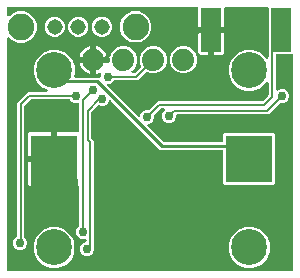
<source format=gbr>
G04 EAGLE Gerber RS-274X export*
G75*
%MOMM*%
%FSLAX34Y34*%
%LPD*%
%INBottom Copper*%
%IPPOS*%
%AMOC8*
5,1,8,0,0,1.08239X$1,22.5*%
G01*
%ADD10R,4.000000X4.000000*%
%ADD11C,3.045000*%
%ADD12C,1.879600*%
%ADD13R,1.700000X3.700000*%
%ADD14C,1.308000*%
%ADD15C,2.250000*%
%ADD16C,0.756400*%
%ADD17C,0.406400*%
%ADD18C,0.254000*%
%ADD19C,0.200000*%
%ADD20C,0.152400*%
%ADD21C,0.203200*%

G36*
X399406Y31766D02*
X399406Y31766D01*
X399525Y31773D01*
X399563Y31786D01*
X399604Y31791D01*
X399714Y31834D01*
X399827Y31871D01*
X399862Y31893D01*
X399899Y31908D01*
X399995Y31978D01*
X400096Y32041D01*
X400124Y32071D01*
X400157Y32094D01*
X400233Y32186D01*
X400314Y32273D01*
X400334Y32308D01*
X400359Y32339D01*
X400410Y32447D01*
X400468Y32551D01*
X400478Y32591D01*
X400495Y32627D01*
X400517Y32744D01*
X400547Y32859D01*
X400551Y32920D01*
X400555Y32940D01*
X400553Y32960D01*
X400557Y33020D01*
X400557Y214418D01*
X400542Y214536D01*
X400535Y214655D01*
X400522Y214693D01*
X400517Y214734D01*
X400474Y214844D01*
X400437Y214957D01*
X400415Y214992D01*
X400400Y215029D01*
X400331Y215125D01*
X400267Y215226D01*
X400237Y215254D01*
X400214Y215287D01*
X400122Y215363D01*
X400035Y215444D01*
X400000Y215464D01*
X399969Y215489D01*
X399861Y215540D01*
X399757Y215598D01*
X399717Y215608D01*
X399681Y215625D01*
X399564Y215647D01*
X399449Y215677D01*
X399389Y215681D01*
X399369Y215685D01*
X399348Y215683D01*
X399288Y215687D01*
X386878Y215687D01*
X386760Y215672D01*
X386641Y215665D01*
X386603Y215652D01*
X386562Y215647D01*
X386452Y215604D01*
X386339Y215567D01*
X386304Y215545D01*
X386267Y215530D01*
X386171Y215461D01*
X386070Y215397D01*
X386042Y215367D01*
X386009Y215344D01*
X385933Y215252D01*
X385852Y215165D01*
X385832Y215130D01*
X385807Y215099D01*
X385756Y214991D01*
X385698Y214887D01*
X385688Y214847D01*
X385671Y214811D01*
X385649Y214694D01*
X385619Y214579D01*
X385615Y214519D01*
X385611Y214499D01*
X385613Y214478D01*
X385609Y214418D01*
X385609Y186076D01*
X385626Y185938D01*
X385639Y185800D01*
X385646Y185781D01*
X385649Y185761D01*
X385700Y185632D01*
X385747Y185501D01*
X385758Y185484D01*
X385766Y185465D01*
X385847Y185353D01*
X385925Y185237D01*
X385941Y185224D01*
X385952Y185208D01*
X386060Y185119D01*
X386164Y185027D01*
X386182Y185018D01*
X386197Y185005D01*
X386323Y184946D01*
X386447Y184882D01*
X386467Y184878D01*
X386485Y184869D01*
X386622Y184843D01*
X386757Y184813D01*
X386778Y184813D01*
X386797Y184810D01*
X386936Y184818D01*
X387075Y184822D01*
X387095Y184828D01*
X387115Y184829D01*
X387247Y184872D01*
X387381Y184911D01*
X387398Y184921D01*
X387417Y184927D01*
X387535Y185002D01*
X387655Y185072D01*
X387676Y185091D01*
X387686Y185097D01*
X387700Y185112D01*
X387776Y185179D01*
X387866Y185270D01*
X390003Y186155D01*
X392317Y186155D01*
X394454Y185270D01*
X396090Y183634D01*
X396975Y181497D01*
X396975Y179183D01*
X396090Y177046D01*
X394454Y175410D01*
X392317Y174525D01*
X390183Y174525D01*
X390084Y174513D01*
X389985Y174510D01*
X389927Y174493D01*
X389867Y174485D01*
X389775Y174449D01*
X389680Y174421D01*
X389628Y174391D01*
X389571Y174368D01*
X389491Y174310D01*
X389406Y174260D01*
X389331Y174194D01*
X389314Y174182D01*
X389306Y174172D01*
X389285Y174154D01*
X379723Y164591D01*
X302554Y164591D01*
X302436Y164576D01*
X302317Y164569D01*
X302279Y164556D01*
X302238Y164551D01*
X302128Y164508D01*
X302015Y164471D01*
X301980Y164449D01*
X301943Y164434D01*
X301847Y164365D01*
X301746Y164301D01*
X301718Y164271D01*
X301685Y164248D01*
X301609Y164156D01*
X301528Y164069D01*
X301508Y164034D01*
X301483Y164003D01*
X301432Y163895D01*
X301374Y163791D01*
X301364Y163751D01*
X301347Y163715D01*
X301325Y163598D01*
X301295Y163483D01*
X301291Y163423D01*
X301287Y163403D01*
X301289Y163382D01*
X301285Y163322D01*
X301285Y162233D01*
X300400Y160096D01*
X298764Y158460D01*
X296627Y157575D01*
X294313Y157575D01*
X292176Y158460D01*
X290540Y160096D01*
X289655Y162233D01*
X289655Y164547D01*
X290540Y166684D01*
X291361Y167505D01*
X291446Y167614D01*
X291535Y167721D01*
X291544Y167740D01*
X291556Y167756D01*
X291611Y167883D01*
X291671Y168009D01*
X291674Y168029D01*
X291683Y168048D01*
X291704Y168186D01*
X291730Y168322D01*
X291729Y168342D01*
X291732Y168362D01*
X291719Y168501D01*
X291711Y168639D01*
X291704Y168658D01*
X291703Y168678D01*
X291655Y168810D01*
X291613Y168941D01*
X291602Y168959D01*
X291595Y168978D01*
X291517Y169093D01*
X291443Y169210D01*
X291428Y169224D01*
X291416Y169241D01*
X291312Y169333D01*
X291211Y169428D01*
X291193Y169438D01*
X291178Y169451D01*
X291054Y169514D01*
X290932Y169582D01*
X290913Y169587D01*
X290895Y169596D01*
X290759Y169626D01*
X290624Y169661D01*
X290596Y169663D01*
X290584Y169666D01*
X290564Y169665D01*
X290464Y169671D01*
X288809Y169671D01*
X288710Y169659D01*
X288611Y169656D01*
X288553Y169639D01*
X288493Y169631D01*
X288401Y169595D01*
X288306Y169567D01*
X288254Y169537D01*
X288197Y169514D01*
X288117Y169456D01*
X288032Y169406D01*
X287957Y169340D01*
X287940Y169328D01*
X287932Y169318D01*
X287911Y169300D01*
X283046Y164435D01*
X282986Y164357D01*
X282918Y164285D01*
X282889Y164232D01*
X282852Y164184D01*
X282812Y164093D01*
X282764Y164006D01*
X282749Y163947D01*
X282725Y163892D01*
X282710Y163794D01*
X282685Y163698D01*
X282679Y163598D01*
X282675Y163578D01*
X282677Y163565D01*
X282675Y163537D01*
X282675Y161403D01*
X281790Y159266D01*
X280154Y157630D01*
X277783Y156649D01*
X277777Y156645D01*
X277672Y156607D01*
X277655Y156596D01*
X277636Y156588D01*
X277524Y156507D01*
X277409Y156429D01*
X277395Y156413D01*
X277379Y156402D01*
X277290Y156294D01*
X277198Y156190D01*
X277189Y156172D01*
X277176Y156157D01*
X277117Y156031D01*
X277054Y155907D01*
X277049Y155887D01*
X277041Y155869D01*
X277015Y155733D01*
X276984Y155597D01*
X276985Y155576D01*
X276981Y155557D01*
X276990Y155418D01*
X276994Y155279D01*
X276999Y155259D01*
X277001Y155239D01*
X277043Y155107D01*
X277082Y154973D01*
X277092Y154956D01*
X277099Y154937D01*
X277173Y154819D01*
X277244Y154699D01*
X277262Y154678D01*
X277269Y154668D01*
X277284Y154654D01*
X277350Y154579D01*
X290050Y141878D01*
X290128Y141818D01*
X290201Y141750D01*
X290254Y141721D01*
X290301Y141684D01*
X290392Y141644D01*
X290479Y141596D01*
X290538Y141581D01*
X290593Y141557D01*
X290691Y141542D01*
X290787Y141517D01*
X290887Y141511D01*
X290907Y141507D01*
X290920Y141509D01*
X290948Y141507D01*
X339918Y141507D01*
X340036Y141522D01*
X340155Y141529D01*
X340193Y141542D01*
X340234Y141547D01*
X340344Y141590D01*
X340457Y141627D01*
X340492Y141649D01*
X340529Y141664D01*
X340625Y141733D01*
X340726Y141797D01*
X340754Y141827D01*
X340787Y141850D01*
X340863Y141942D01*
X340944Y142029D01*
X340964Y142064D01*
X340989Y142095D01*
X341040Y142203D01*
X341098Y142307D01*
X341108Y142347D01*
X341125Y142383D01*
X341147Y142500D01*
X341177Y142615D01*
X341181Y142675D01*
X341185Y142695D01*
X341183Y142716D01*
X341187Y142776D01*
X341187Y147842D01*
X342378Y149033D01*
X384062Y149033D01*
X385253Y147842D01*
X385253Y106158D01*
X384062Y104967D01*
X342378Y104967D01*
X341187Y106158D01*
X341187Y133632D01*
X341172Y133750D01*
X341165Y133869D01*
X341152Y133907D01*
X341147Y133948D01*
X341104Y134058D01*
X341067Y134171D01*
X341045Y134206D01*
X341030Y134243D01*
X340961Y134339D01*
X340897Y134440D01*
X340867Y134468D01*
X340844Y134501D01*
X340752Y134577D01*
X340665Y134658D01*
X340630Y134678D01*
X340599Y134703D01*
X340491Y134754D01*
X340387Y134812D01*
X340347Y134822D01*
X340311Y134839D01*
X340194Y134861D01*
X340079Y134891D01*
X340019Y134895D01*
X339999Y134899D01*
X339978Y134897D01*
X339918Y134901D01*
X287686Y134901D01*
X246319Y176268D01*
X246280Y176299D01*
X246246Y176335D01*
X246155Y176396D01*
X246068Y176463D01*
X246022Y176483D01*
X245980Y176510D01*
X245877Y176546D01*
X245776Y176589D01*
X245727Y176597D01*
X245680Y176613D01*
X245570Y176622D01*
X245462Y176639D01*
X245412Y176635D01*
X245363Y176639D01*
X245255Y176620D01*
X245145Y176610D01*
X245098Y176593D01*
X245049Y176584D01*
X244949Y176539D01*
X244846Y176502D01*
X244805Y176474D01*
X244759Y176454D01*
X244673Y176385D01*
X244583Y176323D01*
X244550Y176286D01*
X244511Y176255D01*
X244445Y176167D01*
X244372Y176085D01*
X244350Y176041D01*
X244320Y176001D01*
X244249Y175856D01*
X243690Y174506D01*
X242054Y172870D01*
X239917Y171985D01*
X237603Y171985D01*
X236346Y172506D01*
X236317Y172514D01*
X236291Y172527D01*
X236164Y172556D01*
X236039Y172590D01*
X236010Y172591D01*
X235981Y172597D01*
X235851Y172593D01*
X235721Y172595D01*
X235692Y172588D01*
X235663Y172587D01*
X235538Y172551D01*
X235412Y172521D01*
X235386Y172507D01*
X235357Y172499D01*
X235246Y172433D01*
X235131Y172372D01*
X235109Y172352D01*
X235083Y172337D01*
X234963Y172231D01*
X229762Y167031D01*
X229702Y166953D01*
X229634Y166881D01*
X229605Y166828D01*
X229568Y166780D01*
X229528Y166689D01*
X229480Y166602D01*
X229465Y166543D01*
X229441Y166488D01*
X229426Y166390D01*
X229401Y166294D01*
X229395Y166194D01*
X229391Y166174D01*
X229393Y166161D01*
X229391Y166133D01*
X229391Y144966D01*
X229403Y144868D01*
X229406Y144769D01*
X229423Y144710D01*
X229431Y144650D01*
X229467Y144558D01*
X229495Y144463D01*
X229525Y144411D01*
X229548Y144355D01*
X229606Y144275D01*
X229656Y144189D01*
X229722Y144114D01*
X229734Y144097D01*
X229744Y144090D01*
X229762Y144068D01*
X231649Y142182D01*
X231649Y52755D01*
X231650Y52746D01*
X231649Y52736D01*
X231670Y52587D01*
X231689Y52439D01*
X231692Y52431D01*
X231693Y52421D01*
X231745Y52269D01*
X231875Y51957D01*
X231875Y49643D01*
X230990Y47506D01*
X229354Y45870D01*
X227217Y44985D01*
X224903Y44985D01*
X222766Y45870D01*
X221130Y47506D01*
X220245Y49643D01*
X220245Y51957D01*
X221130Y54094D01*
X222766Y55730D01*
X224768Y56559D01*
X224793Y56573D01*
X224821Y56582D01*
X224931Y56652D01*
X225044Y56716D01*
X225065Y56737D01*
X225090Y56752D01*
X225179Y56847D01*
X225272Y56937D01*
X225288Y56963D01*
X225308Y56984D01*
X225371Y57098D01*
X225439Y57208D01*
X225447Y57237D01*
X225462Y57263D01*
X225494Y57388D01*
X225532Y57512D01*
X225534Y57542D01*
X225541Y57570D01*
X225551Y57731D01*
X225551Y58113D01*
X225545Y58162D01*
X225547Y58212D01*
X225525Y58319D01*
X225511Y58428D01*
X225493Y58475D01*
X225483Y58523D01*
X225435Y58622D01*
X225394Y58724D01*
X225365Y58764D01*
X225343Y58809D01*
X225272Y58893D01*
X225208Y58981D01*
X225169Y59013D01*
X225137Y59051D01*
X225047Y59114D01*
X224963Y59184D01*
X224918Y59205D01*
X224877Y59234D01*
X224774Y59273D01*
X224675Y59320D01*
X224626Y59329D01*
X224580Y59347D01*
X224470Y59359D01*
X224363Y59380D01*
X224313Y59376D01*
X224264Y59382D01*
X224155Y59367D01*
X224045Y59360D01*
X223998Y59344D01*
X223949Y59338D01*
X223796Y59285D01*
X223435Y59136D01*
X221121Y59136D01*
X218984Y60021D01*
X217348Y61657D01*
X216463Y63794D01*
X216463Y66107D01*
X217348Y68244D01*
X218858Y69753D01*
X218918Y69831D01*
X218986Y69904D01*
X219015Y69957D01*
X219052Y70004D01*
X219092Y70095D01*
X219140Y70182D01*
X219155Y70241D01*
X219179Y70296D01*
X219194Y70394D01*
X219219Y70490D01*
X219225Y70590D01*
X219229Y70610D01*
X219227Y70623D01*
X219229Y70651D01*
X219229Y103190D01*
X219214Y103308D01*
X219207Y103427D01*
X219194Y103465D01*
X219189Y103506D01*
X219146Y103616D01*
X219109Y103729D01*
X219087Y103764D01*
X219072Y103801D01*
X219003Y103897D01*
X218939Y103998D01*
X218909Y104026D01*
X218886Y104059D01*
X218794Y104135D01*
X218707Y104216D01*
X218672Y104236D01*
X218641Y104261D01*
X218533Y104312D01*
X218429Y104370D01*
X218389Y104380D01*
X218353Y104397D01*
X218236Y104419D01*
X218185Y104432D01*
X218185Y109728D01*
X218183Y109745D01*
X218184Y109760D01*
X218184Y109763D01*
X218184Y109767D01*
X218162Y109869D01*
X218146Y109971D01*
X218136Y109988D01*
X218132Y110008D01*
X218079Y110097D01*
X218030Y110188D01*
X218016Y110202D01*
X218006Y110219D01*
X217927Y110286D01*
X217852Y110358D01*
X217834Y110366D01*
X217819Y110379D01*
X217723Y110418D01*
X217629Y110461D01*
X217609Y110463D01*
X217591Y110471D01*
X217424Y110489D01*
X200659Y110489D01*
X200659Y125730D01*
X200644Y125848D01*
X200637Y125967D01*
X200624Y126005D01*
X200619Y126045D01*
X200575Y126156D01*
X200539Y126269D01*
X200517Y126304D01*
X200502Y126341D01*
X200432Y126437D01*
X200369Y126538D01*
X200339Y126566D01*
X200315Y126598D01*
X200224Y126674D01*
X200137Y126756D01*
X200102Y126775D01*
X200070Y126801D01*
X199963Y126852D01*
X199859Y126909D01*
X199819Y126920D01*
X199783Y126937D01*
X199666Y126959D01*
X199551Y126989D01*
X199490Y126993D01*
X199470Y126997D01*
X199450Y126995D01*
X199390Y126999D01*
X198119Y126999D01*
X198119Y127001D01*
X199390Y127001D01*
X199508Y127016D01*
X199627Y127023D01*
X199665Y127036D01*
X199705Y127041D01*
X199816Y127085D01*
X199929Y127121D01*
X199964Y127143D01*
X200001Y127158D01*
X200097Y127228D01*
X200198Y127291D01*
X200226Y127321D01*
X200258Y127345D01*
X200334Y127436D01*
X200416Y127523D01*
X200435Y127558D01*
X200461Y127590D01*
X200512Y127697D01*
X200569Y127801D01*
X200580Y127841D01*
X200597Y127877D01*
X200619Y127994D01*
X200649Y128109D01*
X200653Y128170D01*
X200657Y128190D01*
X200655Y128210D01*
X200659Y128270D01*
X200659Y149541D01*
X217960Y149541D01*
X218078Y149556D01*
X218197Y149563D01*
X218235Y149576D01*
X218276Y149581D01*
X218386Y149624D01*
X218499Y149661D01*
X218534Y149683D01*
X218571Y149698D01*
X218667Y149767D01*
X218768Y149831D01*
X218796Y149861D01*
X218829Y149884D01*
X218905Y149976D01*
X218986Y150063D01*
X219006Y150098D01*
X219031Y150129D01*
X219082Y150237D01*
X219140Y150341D01*
X219150Y150381D01*
X219167Y150417D01*
X219189Y150534D01*
X219219Y150649D01*
X219223Y150709D01*
X219227Y150729D01*
X219225Y150750D01*
X219229Y150810D01*
X219229Y173439D01*
X219223Y173489D01*
X219225Y173538D01*
X219203Y173646D01*
X219189Y173755D01*
X219171Y173801D01*
X219161Y173850D01*
X219113Y173948D01*
X219072Y174050D01*
X219043Y174091D01*
X219021Y174135D01*
X218950Y174219D01*
X218886Y174308D01*
X218847Y174339D01*
X218815Y174377D01*
X218725Y174440D01*
X218641Y174511D01*
X218596Y174532D01*
X218555Y174560D01*
X218452Y174599D01*
X218353Y174646D01*
X218304Y174655D01*
X218257Y174673D01*
X218148Y174685D01*
X218041Y174706D01*
X217991Y174703D01*
X217941Y174708D01*
X217833Y174693D01*
X217723Y174686D01*
X217676Y174671D01*
X217627Y174664D01*
X217625Y174663D01*
X215285Y174663D01*
X213148Y175548D01*
X211639Y177058D01*
X211561Y177118D01*
X211489Y177186D01*
X211436Y177215D01*
X211388Y177252D01*
X211297Y177292D01*
X211210Y177340D01*
X211152Y177355D01*
X211096Y177379D01*
X210998Y177394D01*
X210902Y177419D01*
X210802Y177425D01*
X210782Y177429D01*
X210770Y177427D01*
X210742Y177429D01*
X178806Y177429D01*
X178708Y177417D01*
X178609Y177414D01*
X178551Y177397D01*
X178491Y177389D01*
X178399Y177353D01*
X178304Y177325D01*
X178252Y177295D01*
X178195Y177272D01*
X178115Y177214D01*
X178030Y177164D01*
X177954Y177098D01*
X177938Y177086D01*
X177930Y177076D01*
X177909Y177058D01*
X173064Y172213D01*
X173004Y172135D01*
X172936Y172063D01*
X172907Y172010D01*
X172870Y171962D01*
X172830Y171871D01*
X172782Y171784D01*
X172767Y171726D01*
X172743Y171670D01*
X172728Y171572D01*
X172703Y171476D01*
X172697Y171376D01*
X172693Y171356D01*
X172695Y171344D01*
X172693Y171316D01*
X172693Y61072D01*
X172705Y60974D01*
X172708Y60875D01*
X172725Y60817D01*
X172733Y60757D01*
X172769Y60665D01*
X172797Y60570D01*
X172827Y60517D01*
X172850Y60461D01*
X172908Y60381D01*
X172958Y60296D01*
X173024Y60220D01*
X173036Y60204D01*
X173046Y60196D01*
X173064Y60175D01*
X174066Y59174D01*
X174951Y57037D01*
X174951Y54723D01*
X174066Y52586D01*
X172430Y50950D01*
X170293Y50065D01*
X167979Y50065D01*
X165842Y50950D01*
X164206Y52586D01*
X163321Y54723D01*
X163321Y57037D01*
X164206Y59174D01*
X165847Y60815D01*
X165865Y60821D01*
X165975Y60890D01*
X166088Y60954D01*
X166109Y60975D01*
X166134Y60991D01*
X166223Y61085D01*
X166316Y61176D01*
X166332Y61201D01*
X166352Y61222D01*
X166415Y61336D01*
X166483Y61447D01*
X166491Y61475D01*
X166506Y61501D01*
X166538Y61627D01*
X166576Y61751D01*
X166578Y61780D01*
X166585Y61809D01*
X166595Y61969D01*
X166595Y174367D01*
X175755Y183527D01*
X191241Y183527D01*
X191310Y183535D01*
X191380Y183534D01*
X191467Y183555D01*
X191556Y183567D01*
X191621Y183592D01*
X191689Y183609D01*
X191769Y183651D01*
X191852Y183684D01*
X191908Y183725D01*
X191970Y183757D01*
X192037Y183818D01*
X192109Y183870D01*
X192154Y183924D01*
X192206Y183971D01*
X192255Y184046D01*
X192312Y184115D01*
X192342Y184179D01*
X192380Y184237D01*
X192410Y184322D01*
X192448Y184403D01*
X192461Y184472D01*
X192484Y184538D01*
X192491Y184627D01*
X192508Y184715D01*
X192503Y184785D01*
X192509Y184855D01*
X192493Y184943D01*
X192488Y185033D01*
X192466Y185099D01*
X192454Y185168D01*
X192417Y185250D01*
X192390Y185335D01*
X192352Y185394D01*
X192324Y185458D01*
X192268Y185528D01*
X192220Y185604D01*
X192169Y185652D01*
X192125Y185706D01*
X192053Y185761D01*
X191988Y185822D01*
X191927Y185856D01*
X191871Y185898D01*
X191727Y185969D01*
X188344Y187370D01*
X183490Y192224D01*
X180862Y198567D01*
X180862Y205433D01*
X183490Y211776D01*
X188344Y216630D01*
X194687Y219258D01*
X201553Y219258D01*
X207896Y216630D01*
X212750Y211776D01*
X215378Y205433D01*
X215378Y198567D01*
X214973Y197590D01*
X214960Y197542D01*
X214939Y197497D01*
X214918Y197389D01*
X214889Y197283D01*
X214888Y197233D01*
X214879Y197184D01*
X214886Y197075D01*
X214884Y196965D01*
X214895Y196917D01*
X214899Y196867D01*
X214932Y196763D01*
X214958Y196656D01*
X214981Y196612D01*
X214997Y196565D01*
X215055Y196472D01*
X215107Y196375D01*
X215140Y196338D01*
X215167Y196296D01*
X215247Y196221D01*
X215321Y196139D01*
X215362Y196112D01*
X215398Y196078D01*
X215495Y196025D01*
X215586Y195965D01*
X215633Y195948D01*
X215677Y195924D01*
X215783Y195897D01*
X215887Y195861D01*
X215937Y195857D01*
X215985Y195845D01*
X216145Y195835D01*
X236248Y195835D01*
X236366Y195850D01*
X236485Y195857D01*
X236523Y195870D01*
X236564Y195875D01*
X236674Y195918D01*
X236787Y195955D01*
X236822Y195977D01*
X236859Y195992D01*
X236955Y196061D01*
X237056Y196125D01*
X237084Y196155D01*
X237117Y196178D01*
X237193Y196270D01*
X237274Y196357D01*
X237294Y196392D01*
X237319Y196423D01*
X237370Y196531D01*
X237428Y196635D01*
X237438Y196675D01*
X237455Y196711D01*
X237477Y196828D01*
X237507Y196943D01*
X237511Y197003D01*
X237515Y197023D01*
X237513Y197044D01*
X237517Y197104D01*
X237517Y197753D01*
X237732Y198272D01*
X237740Y198301D01*
X237754Y198328D01*
X237782Y198454D01*
X237816Y198579D01*
X237817Y198609D01*
X237823Y198638D01*
X237819Y198767D01*
X237821Y198897D01*
X237815Y198926D01*
X237814Y198956D01*
X237778Y199080D01*
X237747Y199206D01*
X237733Y199233D01*
X237725Y199261D01*
X237659Y199373D01*
X237599Y199487D01*
X237579Y199509D01*
X237563Y199535D01*
X237472Y199627D01*
X237385Y199723D01*
X237360Y199739D01*
X237339Y199760D01*
X237227Y199826D01*
X237119Y199897D01*
X237091Y199907D01*
X237065Y199922D01*
X236941Y199959D01*
X236818Y200001D01*
X236788Y200003D01*
X236760Y200011D01*
X236631Y200015D01*
X236501Y200026D01*
X236472Y200021D01*
X236442Y200022D01*
X236315Y199994D01*
X236188Y199971D01*
X236161Y199959D01*
X236131Y199953D01*
X235984Y199889D01*
X235723Y199756D01*
X233936Y199175D01*
X233679Y199135D01*
X233679Y208281D01*
X243840Y208281D01*
X243958Y208296D01*
X244077Y208303D01*
X244115Y208316D01*
X244156Y208321D01*
X244266Y208364D01*
X244379Y208401D01*
X244414Y208423D01*
X244451Y208438D01*
X244547Y208508D01*
X244648Y208571D01*
X244676Y208601D01*
X244709Y208624D01*
X244785Y208716D01*
X244866Y208803D01*
X244886Y208838D01*
X244911Y208869D01*
X244962Y208977D01*
X245020Y209081D01*
X245030Y209121D01*
X245047Y209157D01*
X245069Y209274D01*
X245099Y209389D01*
X245103Y209450D01*
X245107Y209470D01*
X245105Y209490D01*
X245109Y209550D01*
X245109Y212090D01*
X245094Y212208D01*
X245087Y212327D01*
X245074Y212365D01*
X245069Y212405D01*
X245026Y212516D01*
X244989Y212629D01*
X244967Y212664D01*
X244952Y212701D01*
X244883Y212797D01*
X244845Y212856D01*
X244846Y212857D01*
X244948Y212938D01*
X244966Y212962D01*
X244988Y212982D01*
X245061Y213088D01*
X245139Y213192D01*
X245158Y213230D01*
X245167Y213244D01*
X245175Y213265D01*
X245210Y213336D01*
X246849Y217295D01*
X250065Y220511D01*
X254266Y222251D01*
X258814Y222251D01*
X263015Y220511D01*
X266231Y217295D01*
X267971Y213094D01*
X267971Y208546D01*
X266231Y204345D01*
X263697Y201811D01*
X263612Y201702D01*
X263523Y201595D01*
X263514Y201576D01*
X263502Y201560D01*
X263447Y201432D01*
X263388Y201307D01*
X263384Y201287D01*
X263376Y201268D01*
X263354Y201130D01*
X263328Y200994D01*
X263329Y200974D01*
X263326Y200954D01*
X263339Y200815D01*
X263348Y200677D01*
X263354Y200658D01*
X263356Y200638D01*
X263403Y200506D01*
X263446Y200375D01*
X263456Y200357D01*
X263463Y200338D01*
X263541Y200223D01*
X263616Y200106D01*
X263630Y200092D01*
X263642Y200075D01*
X263746Y199983D01*
X263847Y199888D01*
X263865Y199878D01*
X263880Y199865D01*
X264004Y199801D01*
X264126Y199734D01*
X264145Y199729D01*
X264163Y199720D01*
X264299Y199690D01*
X264434Y199655D01*
X264462Y199653D01*
X264474Y199650D01*
X264494Y199651D01*
X264594Y199645D01*
X265927Y199645D01*
X266026Y199657D01*
X266125Y199660D01*
X266183Y199677D01*
X266243Y199685D01*
X266335Y199721D01*
X266430Y199749D01*
X266482Y199779D01*
X266539Y199802D01*
X266619Y199860D01*
X266704Y199910D01*
X266779Y199976D01*
X266796Y199988D01*
X266804Y199998D01*
X266825Y200016D01*
X271329Y204520D01*
X271347Y204544D01*
X271369Y204563D01*
X271444Y204669D01*
X271524Y204772D01*
X271535Y204799D01*
X271552Y204823D01*
X271598Y204944D01*
X271650Y205063D01*
X271655Y205093D01*
X271665Y205120D01*
X271680Y205249D01*
X271700Y205378D01*
X271697Y205407D01*
X271700Y205436D01*
X271682Y205565D01*
X271670Y205694D01*
X271660Y205722D01*
X271656Y205751D01*
X271604Y205904D01*
X270509Y208546D01*
X270509Y213094D01*
X272249Y217295D01*
X275465Y220511D01*
X279666Y222251D01*
X284214Y222251D01*
X288415Y220511D01*
X291631Y217295D01*
X293371Y213094D01*
X293371Y208546D01*
X291631Y204345D01*
X288415Y201129D01*
X284214Y199389D01*
X279666Y199389D01*
X277024Y200484D01*
X276995Y200492D01*
X276969Y200505D01*
X276842Y200534D01*
X276717Y200568D01*
X276687Y200568D01*
X276658Y200575D01*
X276529Y200571D01*
X276399Y200573D01*
X276370Y200566D01*
X276341Y200565D01*
X276216Y200529D01*
X276090Y200499D01*
X276063Y200485D01*
X276035Y200477D01*
X275923Y200411D01*
X275921Y200410D01*
X275907Y200404D01*
X275897Y200397D01*
X275808Y200350D01*
X275787Y200330D01*
X275761Y200315D01*
X275651Y200218D01*
X275650Y200217D01*
X275649Y200216D01*
X275640Y200209D01*
X268979Y193547D01*
X249032Y193547D01*
X248934Y193535D01*
X248835Y193532D01*
X248777Y193515D01*
X248717Y193507D01*
X248625Y193471D01*
X248530Y193443D01*
X248477Y193413D01*
X248421Y193390D01*
X248341Y193332D01*
X248256Y193282D01*
X248180Y193216D01*
X248164Y193204D01*
X248156Y193194D01*
X248135Y193176D01*
X246626Y191666D01*
X244489Y190781D01*
X244212Y190781D01*
X244074Y190764D01*
X243935Y190751D01*
X243916Y190744D01*
X243896Y190741D01*
X243767Y190690D01*
X243636Y190643D01*
X243619Y190632D01*
X243600Y190624D01*
X243488Y190543D01*
X243373Y190465D01*
X243359Y190449D01*
X243343Y190438D01*
X243254Y190330D01*
X243162Y190226D01*
X243153Y190208D01*
X243140Y190193D01*
X243081Y190067D01*
X243018Y189943D01*
X243013Y189923D01*
X243005Y189905D01*
X242979Y189769D01*
X242948Y189633D01*
X242949Y189612D01*
X242945Y189593D01*
X242954Y189454D01*
X242958Y189315D01*
X242963Y189295D01*
X242965Y189275D01*
X243007Y189143D01*
X243046Y189009D01*
X243056Y188992D01*
X243063Y188973D01*
X243137Y188855D01*
X243208Y188735D01*
X243226Y188714D01*
X243233Y188704D01*
X243248Y188690D01*
X243314Y188615D01*
X268879Y163050D01*
X268988Y162965D01*
X269095Y162876D01*
X269114Y162868D01*
X269130Y162855D01*
X269258Y162800D01*
X269383Y162741D01*
X269403Y162737D01*
X269422Y162729D01*
X269560Y162707D01*
X269696Y162681D01*
X269716Y162682D01*
X269736Y162679D01*
X269875Y162692D01*
X270013Y162701D01*
X270032Y162707D01*
X270052Y162709D01*
X270184Y162756D01*
X270315Y162799D01*
X270333Y162810D01*
X270352Y162816D01*
X270467Y162894D01*
X270584Y162969D01*
X270598Y162984D01*
X270615Y162995D01*
X270707Y163099D01*
X270802Y163200D01*
X270812Y163218D01*
X270825Y163233D01*
X270889Y163357D01*
X270956Y163479D01*
X270961Y163499D01*
X270970Y163517D01*
X270979Y163556D01*
X271930Y165854D01*
X273566Y167490D01*
X275703Y168375D01*
X277837Y168375D01*
X277936Y168387D01*
X278035Y168390D01*
X278093Y168407D01*
X278153Y168415D01*
X278245Y168451D01*
X278340Y168479D01*
X278392Y168509D01*
X278449Y168532D01*
X278529Y168590D01*
X278614Y168640D01*
X278689Y168706D01*
X278706Y168718D01*
X278714Y168728D01*
X278735Y168746D01*
X285757Y175769D01*
X374131Y175769D01*
X374230Y175781D01*
X374329Y175784D01*
X374387Y175801D01*
X374447Y175809D01*
X374539Y175845D01*
X374634Y175873D01*
X374686Y175903D01*
X374743Y175926D01*
X374823Y175984D01*
X374908Y176034D01*
X374983Y176100D01*
X375000Y176112D01*
X375008Y176122D01*
X375029Y176140D01*
X379140Y180251D01*
X379200Y180329D01*
X379268Y180401D01*
X379297Y180454D01*
X379334Y180502D01*
X379374Y180593D01*
X379422Y180680D01*
X379437Y180739D01*
X379461Y180794D01*
X379476Y180892D01*
X379501Y180988D01*
X379507Y181088D01*
X379511Y181108D01*
X379509Y181121D01*
X379511Y181149D01*
X379511Y190821D01*
X379494Y190958D01*
X379481Y191097D01*
X379474Y191116D01*
X379471Y191136D01*
X379420Y191265D01*
X379373Y191397D01*
X379362Y191413D01*
X379354Y191432D01*
X379273Y191545D01*
X379195Y191660D01*
X379179Y191673D01*
X379168Y191689D01*
X379060Y191778D01*
X378956Y191870D01*
X378938Y191879D01*
X378923Y191892D01*
X378797Y191952D01*
X378673Y192015D01*
X378653Y192019D01*
X378635Y192028D01*
X378499Y192054D01*
X378363Y192084D01*
X378342Y192084D01*
X378323Y192088D01*
X378184Y192079D01*
X378045Y192075D01*
X378025Y192069D01*
X378005Y192068D01*
X377873Y192025D01*
X377739Y191986D01*
X377722Y191976D01*
X377703Y191970D01*
X377585Y191895D01*
X377465Y191825D01*
X377444Y191806D01*
X377434Y191800D01*
X377420Y191785D01*
X377345Y191718D01*
X372996Y187370D01*
X366653Y184742D01*
X359787Y184742D01*
X353444Y187370D01*
X348590Y192224D01*
X345962Y198567D01*
X345962Y205433D01*
X348590Y211776D01*
X353444Y216630D01*
X359787Y219258D01*
X366653Y219258D01*
X372996Y216630D01*
X377345Y212282D01*
X377454Y212196D01*
X377561Y212108D01*
X377580Y212099D01*
X377596Y212087D01*
X377724Y212031D01*
X377849Y211972D01*
X377869Y211968D01*
X377888Y211960D01*
X378026Y211938D01*
X378162Y211912D01*
X378182Y211914D01*
X378202Y211910D01*
X378341Y211924D01*
X378479Y211932D01*
X378498Y211938D01*
X378518Y211940D01*
X378650Y211987D01*
X378781Y212030D01*
X378799Y212041D01*
X378818Y212048D01*
X378933Y212126D01*
X379050Y212200D01*
X379064Y212215D01*
X379081Y212226D01*
X379173Y212331D01*
X379268Y212432D01*
X379278Y212450D01*
X379291Y212465D01*
X379355Y212589D01*
X379422Y212710D01*
X379427Y212730D01*
X379436Y212748D01*
X379466Y212884D01*
X379501Y213018D01*
X379503Y213046D01*
X379506Y213058D01*
X379505Y213079D01*
X379511Y213179D01*
X379511Y229972D01*
X379558Y230056D01*
X379573Y230115D01*
X379597Y230170D01*
X379612Y230268D01*
X379637Y230364D01*
X379643Y230464D01*
X379647Y230484D01*
X379645Y230497D01*
X379647Y230525D01*
X379647Y254508D01*
X379632Y254626D01*
X379625Y254745D01*
X379612Y254783D01*
X379607Y254824D01*
X379564Y254934D01*
X379527Y255047D01*
X379505Y255082D01*
X379490Y255119D01*
X379421Y255215D01*
X379357Y255316D01*
X379327Y255344D01*
X379304Y255377D01*
X379212Y255453D01*
X379125Y255534D01*
X379090Y255554D01*
X379059Y255579D01*
X378951Y255630D01*
X378847Y255688D01*
X378807Y255698D01*
X378771Y255715D01*
X378654Y255737D01*
X378539Y255767D01*
X378479Y255771D01*
X378459Y255775D01*
X378438Y255773D01*
X378378Y255777D01*
X343490Y255777D01*
X343372Y255762D01*
X343253Y255755D01*
X343215Y255742D01*
X343174Y255737D01*
X343064Y255694D01*
X342951Y255657D01*
X342916Y255635D01*
X342879Y255620D01*
X342783Y255551D01*
X342682Y255487D01*
X342654Y255457D01*
X342621Y255434D01*
X342545Y255342D01*
X342464Y255255D01*
X342444Y255220D01*
X342419Y255189D01*
X342368Y255081D01*
X342310Y254977D01*
X342300Y254937D01*
X342283Y254901D01*
X342261Y254784D01*
X342231Y254669D01*
X342227Y254609D01*
X342223Y254589D01*
X342225Y254568D01*
X342221Y254508D01*
X342221Y238759D01*
X332450Y238759D01*
X332332Y238744D01*
X332213Y238737D01*
X332175Y238724D01*
X332135Y238719D01*
X332024Y238675D01*
X331911Y238639D01*
X331876Y238617D01*
X331839Y238602D01*
X331743Y238532D01*
X331642Y238469D01*
X331614Y238439D01*
X331582Y238415D01*
X331506Y238324D01*
X331424Y238237D01*
X331405Y238202D01*
X331379Y238170D01*
X331328Y238063D01*
X331271Y237959D01*
X331260Y237919D01*
X331243Y237883D01*
X331221Y237766D01*
X331191Y237651D01*
X331187Y237590D01*
X331183Y237570D01*
X331185Y237550D01*
X331181Y237490D01*
X331181Y236219D01*
X331179Y236219D01*
X331179Y237490D01*
X331164Y237608D01*
X331157Y237727D01*
X331144Y237765D01*
X331139Y237805D01*
X331095Y237916D01*
X331059Y238029D01*
X331037Y238064D01*
X331022Y238101D01*
X330952Y238197D01*
X330889Y238298D01*
X330859Y238326D01*
X330835Y238358D01*
X330744Y238434D01*
X330657Y238516D01*
X330622Y238535D01*
X330590Y238561D01*
X330483Y238612D01*
X330379Y238669D01*
X330339Y238680D01*
X330303Y238697D01*
X330186Y238719D01*
X330071Y238749D01*
X330010Y238753D01*
X329990Y238757D01*
X329970Y238755D01*
X329910Y238759D01*
X320139Y238759D01*
X320139Y254508D01*
X320124Y254626D01*
X320117Y254745D01*
X320104Y254783D01*
X320099Y254824D01*
X320056Y254934D01*
X320019Y255047D01*
X319997Y255082D01*
X319982Y255119D01*
X319913Y255215D01*
X319849Y255316D01*
X319819Y255344D01*
X319796Y255377D01*
X319704Y255453D01*
X319617Y255534D01*
X319582Y255554D01*
X319551Y255579D01*
X319443Y255630D01*
X319339Y255688D01*
X319299Y255698D01*
X319263Y255715D01*
X319146Y255737D01*
X319031Y255767D01*
X318971Y255771D01*
X318951Y255775D01*
X318930Y255773D01*
X318870Y255777D01*
X159512Y255777D01*
X159394Y255762D01*
X159275Y255755D01*
X159237Y255742D01*
X159196Y255737D01*
X159086Y255694D01*
X158973Y255657D01*
X158938Y255635D01*
X158901Y255620D01*
X158805Y255551D01*
X158704Y255487D01*
X158676Y255457D01*
X158643Y255434D01*
X158567Y255342D01*
X158486Y255255D01*
X158466Y255220D01*
X158441Y255189D01*
X158390Y255081D01*
X158332Y254977D01*
X158322Y254937D01*
X158305Y254901D01*
X158283Y254784D01*
X158253Y254669D01*
X158249Y254609D01*
X158245Y254589D01*
X158247Y254568D01*
X158243Y254508D01*
X158243Y248912D01*
X158260Y248774D01*
X158273Y248635D01*
X158280Y248616D01*
X158283Y248596D01*
X158334Y248467D01*
X158381Y248336D01*
X158392Y248319D01*
X158400Y248300D01*
X158481Y248188D01*
X158559Y248073D01*
X158575Y248059D01*
X158586Y248043D01*
X158694Y247954D01*
X158798Y247862D01*
X158816Y247853D01*
X158831Y247840D01*
X158957Y247781D01*
X159081Y247718D01*
X159101Y247713D01*
X159119Y247705D01*
X159255Y247679D01*
X159391Y247648D01*
X159412Y247649D01*
X159431Y247645D01*
X159570Y247654D01*
X159709Y247658D01*
X159729Y247663D01*
X159749Y247665D01*
X159881Y247707D01*
X160015Y247746D01*
X160032Y247756D01*
X160051Y247763D01*
X160169Y247837D01*
X160289Y247908D01*
X160310Y247926D01*
X160320Y247933D01*
X160334Y247948D01*
X160409Y248014D01*
X162416Y250021D01*
X167298Y252043D01*
X172582Y252043D01*
X177464Y250021D01*
X181201Y246284D01*
X183223Y241402D01*
X183223Y236118D01*
X181201Y231236D01*
X177464Y227499D01*
X172582Y225477D01*
X167298Y225477D01*
X162416Y227499D01*
X160409Y229506D01*
X160300Y229591D01*
X160193Y229680D01*
X160174Y229688D01*
X160158Y229701D01*
X160030Y229756D01*
X159905Y229815D01*
X159885Y229819D01*
X159866Y229827D01*
X159728Y229849D01*
X159592Y229875D01*
X159572Y229874D01*
X159552Y229877D01*
X159413Y229864D01*
X159275Y229855D01*
X159256Y229849D01*
X159236Y229847D01*
X159104Y229800D01*
X158973Y229757D01*
X158955Y229747D01*
X158936Y229740D01*
X158821Y229662D01*
X158704Y229587D01*
X158690Y229572D01*
X158673Y229561D01*
X158581Y229457D01*
X158486Y229356D01*
X158476Y229338D01*
X158463Y229323D01*
X158399Y229199D01*
X158332Y229077D01*
X158327Y229057D01*
X158318Y229039D01*
X158288Y228904D01*
X158253Y228769D01*
X158251Y228741D01*
X158248Y228729D01*
X158249Y228709D01*
X158243Y228608D01*
X158243Y33020D01*
X158258Y32902D01*
X158265Y32783D01*
X158278Y32745D01*
X158283Y32704D01*
X158326Y32594D01*
X158363Y32481D01*
X158385Y32446D01*
X158400Y32409D01*
X158469Y32313D01*
X158533Y32212D01*
X158563Y32184D01*
X158586Y32151D01*
X158678Y32076D01*
X158765Y31994D01*
X158800Y31974D01*
X158831Y31949D01*
X158939Y31898D01*
X159043Y31840D01*
X159083Y31830D01*
X159119Y31813D01*
X159236Y31791D01*
X159351Y31761D01*
X159411Y31757D01*
X159431Y31753D01*
X159452Y31755D01*
X159512Y31751D01*
X399288Y31751D01*
X399406Y31766D01*
G37*
%LPC*%
G36*
X194687Y34742D02*
X194687Y34742D01*
X188344Y37370D01*
X183490Y42224D01*
X180862Y48567D01*
X180862Y55433D01*
X183490Y61776D01*
X188344Y66630D01*
X194687Y69258D01*
X201553Y69258D01*
X207896Y66630D01*
X212750Y61776D01*
X215378Y55433D01*
X215378Y48567D01*
X212750Y42224D01*
X207896Y37370D01*
X201553Y34742D01*
X194687Y34742D01*
G37*
%LPD*%
%LPC*%
G36*
X359787Y34742D02*
X359787Y34742D01*
X353444Y37370D01*
X348590Y42224D01*
X345962Y48567D01*
X345962Y55433D01*
X348590Y61776D01*
X353444Y66630D01*
X359787Y69258D01*
X366653Y69258D01*
X372996Y66630D01*
X377850Y61776D01*
X380478Y55433D01*
X380478Y48567D01*
X377850Y42224D01*
X372996Y37370D01*
X366653Y34742D01*
X359787Y34742D01*
G37*
%LPD*%
%LPC*%
G36*
X264298Y225477D02*
X264298Y225477D01*
X259416Y227499D01*
X255679Y231236D01*
X253657Y236118D01*
X253657Y241402D01*
X255679Y246284D01*
X259416Y250021D01*
X264298Y252043D01*
X269582Y252043D01*
X274464Y250021D01*
X278201Y246284D01*
X280223Y241402D01*
X280223Y236118D01*
X278201Y231236D01*
X274464Y227499D01*
X269582Y225477D01*
X264298Y225477D01*
G37*
%LPD*%
%LPC*%
G36*
X305066Y199389D02*
X305066Y199389D01*
X300865Y201129D01*
X297649Y204345D01*
X295909Y208546D01*
X295909Y213094D01*
X297649Y217295D01*
X300865Y220511D01*
X305066Y222251D01*
X309614Y222251D01*
X313815Y220511D01*
X317031Y217295D01*
X318771Y213094D01*
X318771Y208546D01*
X317031Y204345D01*
X313815Y201129D01*
X309614Y199389D01*
X305066Y199389D01*
G37*
%LPD*%
%LPC*%
G36*
X175579Y129539D02*
X175579Y129539D01*
X175579Y147334D01*
X175752Y147981D01*
X176087Y148560D01*
X176560Y149033D01*
X177139Y149368D01*
X177786Y149541D01*
X195581Y149541D01*
X195581Y129539D01*
X175579Y129539D01*
G37*
%LPD*%
%LPC*%
G36*
X177786Y104459D02*
X177786Y104459D01*
X177139Y104632D01*
X176560Y104967D01*
X176087Y105440D01*
X175752Y106019D01*
X175579Y106666D01*
X175579Y124461D01*
X195581Y124461D01*
X195581Y110489D01*
X178816Y110489D01*
X178796Y110486D01*
X178777Y110488D01*
X178675Y110466D01*
X178573Y110450D01*
X178556Y110440D01*
X178536Y110436D01*
X178447Y110383D01*
X178356Y110334D01*
X178342Y110320D01*
X178325Y110310D01*
X178258Y110231D01*
X178187Y110156D01*
X178178Y110138D01*
X178165Y110123D01*
X178126Y110027D01*
X178083Y109933D01*
X178081Y109913D01*
X178073Y109895D01*
X178055Y109728D01*
X178055Y104459D01*
X177786Y104459D01*
G37*
%LPD*%
%LPC*%
G36*
X216735Y230187D02*
X216735Y230187D01*
X213584Y231492D01*
X211172Y233904D01*
X209867Y237055D01*
X209867Y240465D01*
X211172Y243616D01*
X213584Y246028D01*
X216735Y247333D01*
X220145Y247333D01*
X223296Y246028D01*
X225708Y243616D01*
X227013Y240465D01*
X227013Y237055D01*
X225708Y233904D01*
X223296Y231492D01*
X220145Y230187D01*
X216735Y230187D01*
G37*
%LPD*%
%LPC*%
G36*
X236735Y230187D02*
X236735Y230187D01*
X233584Y231492D01*
X231172Y233904D01*
X229867Y237055D01*
X229867Y240465D01*
X231172Y243616D01*
X233584Y246028D01*
X236735Y247333D01*
X240145Y247333D01*
X243296Y246028D01*
X245708Y243616D01*
X247013Y240465D01*
X247013Y237055D01*
X245708Y233904D01*
X243296Y231492D01*
X240145Y230187D01*
X236735Y230187D01*
G37*
%LPD*%
%LPC*%
G36*
X196735Y230187D02*
X196735Y230187D01*
X193584Y231492D01*
X191172Y233904D01*
X189867Y237055D01*
X189867Y240465D01*
X191172Y243616D01*
X193584Y246028D01*
X196735Y247333D01*
X200145Y247333D01*
X203296Y246028D01*
X205708Y243616D01*
X207013Y240465D01*
X207013Y237055D01*
X205708Y233904D01*
X203296Y231492D01*
X200145Y230187D01*
X196735Y230187D01*
G37*
%LPD*%
%LPC*%
G36*
X333719Y215179D02*
X333719Y215179D01*
X333719Y233681D01*
X342221Y233681D01*
X342221Y217386D01*
X342048Y216739D01*
X341713Y216160D01*
X341240Y215687D01*
X340661Y215352D01*
X340014Y215179D01*
X333719Y215179D01*
G37*
%LPD*%
%LPC*%
G36*
X322346Y215179D02*
X322346Y215179D01*
X321699Y215352D01*
X321120Y215687D01*
X320647Y216160D01*
X320312Y216739D01*
X320139Y217386D01*
X320139Y233681D01*
X328641Y233681D01*
X328641Y215179D01*
X322346Y215179D01*
G37*
%LPD*%
%LPC*%
G36*
X233679Y213359D02*
X233679Y213359D01*
X233679Y222505D01*
X233936Y222465D01*
X235723Y221884D01*
X237397Y221031D01*
X238918Y219926D01*
X240246Y218598D01*
X241351Y217077D01*
X242204Y215403D01*
X242794Y213586D01*
X242819Y213500D01*
X242850Y213374D01*
X242857Y213359D01*
X233679Y213359D01*
G37*
%LPD*%
%LPC*%
G36*
X219455Y213359D02*
X219455Y213359D01*
X219495Y213616D01*
X220076Y215403D01*
X220929Y217077D01*
X222034Y218598D01*
X223362Y219926D01*
X224883Y221031D01*
X226557Y221884D01*
X228344Y222465D01*
X228601Y222505D01*
X228601Y213359D01*
X219455Y213359D01*
G37*
%LPD*%
%LPC*%
G36*
X228344Y199175D02*
X228344Y199175D01*
X226557Y199756D01*
X224883Y200609D01*
X223362Y201714D01*
X222034Y203042D01*
X220929Y204563D01*
X220076Y206237D01*
X219495Y208024D01*
X219455Y208281D01*
X228601Y208281D01*
X228601Y199135D01*
X228344Y199175D01*
G37*
%LPD*%
%LPC*%
G36*
X231139Y210819D02*
X231139Y210819D01*
X231139Y210821D01*
X231141Y210821D01*
X231141Y210819D01*
X231139Y210819D01*
G37*
%LPD*%
D10*
X198120Y127000D03*
D11*
X198120Y52000D03*
X198120Y202000D03*
D10*
X363220Y127000D03*
D11*
X363220Y202000D03*
X363220Y52000D03*
D12*
X231140Y210820D03*
X256540Y210820D03*
X281940Y210820D03*
X307340Y210820D03*
D13*
X331180Y236220D03*
X390180Y236220D03*
D14*
X218440Y238760D03*
X198440Y238760D03*
X238440Y238760D03*
D15*
X169940Y238760D03*
X266940Y238760D03*
D16*
X342900Y35560D03*
X314960Y38100D03*
X314960Y50800D03*
X340360Y48260D03*
X299720Y50800D03*
X299720Y38100D03*
X294640Y68580D03*
X309880Y68580D03*
X276860Y68580D03*
X256540Y68580D03*
X256540Y86360D03*
X256540Y106680D03*
X256540Y124460D03*
X274320Y124460D03*
X292100Y124460D03*
X309880Y124460D03*
X309880Y106680D03*
X309880Y88900D03*
X292100Y88900D03*
X274320Y88900D03*
X274320Y106680D03*
X292100Y106680D03*
X234188Y162052D03*
X245364Y162052D03*
X226060Y35560D03*
X215900Y35560D03*
X332740Y160020D03*
X342392Y160020D03*
D17*
X216901Y59779D02*
X216901Y44221D01*
X198120Y78560D02*
X198120Y106680D01*
X216901Y44221D02*
X215900Y43220D01*
X215900Y35560D01*
X216901Y59779D02*
X198120Y78560D01*
D18*
X228600Y38100D02*
X226060Y35560D01*
X228600Y38100D02*
X314960Y38100D01*
X299720Y38100D02*
X299720Y50800D01*
X314960Y38100D02*
X340360Y38100D01*
X342900Y35560D01*
X340360Y38100D02*
X340360Y48260D01*
X337820Y50800D01*
X314960Y50800D01*
X299720Y50800D01*
X299720Y63500D01*
X294640Y68580D01*
X309880Y68580D01*
X309880Y88900D01*
X309880Y106680D01*
X309880Y124460D01*
X292100Y124460D01*
X274320Y124460D01*
D19*
X239680Y210820D02*
X231140Y210820D01*
X239680Y210820D02*
X253634Y224774D01*
X310590Y224774D01*
X245364Y162052D02*
X234188Y162052D01*
X241808Y139192D02*
X256540Y124460D01*
X241808Y139192D02*
X241808Y158496D01*
X245364Y162052D01*
D20*
X198120Y127000D02*
X198120Y106680D01*
D16*
X323088Y198628D03*
D18*
X330690Y206230D01*
X330690Y233190D01*
X324848Y239032D01*
D20*
X327660Y236220D02*
X331180Y236220D01*
X327660Y236220D02*
X324848Y239032D01*
X322036Y236220D02*
X331180Y236220D01*
X322036Y236220D02*
X310590Y224774D01*
X332740Y160020D02*
X342392Y160020D01*
D16*
X222278Y64950D03*
X231140Y185420D03*
D21*
X222278Y176558D02*
X222278Y64950D01*
X222278Y176558D02*
X231140Y185420D01*
D16*
X243332Y196596D03*
D21*
X267716Y196596D01*
X281940Y210820D01*
D16*
X226060Y50800D03*
D21*
X228600Y53340D01*
X228600Y140919D02*
X226342Y143177D01*
X226342Y167922D01*
X228600Y140919D02*
X228600Y53340D01*
X236220Y177800D02*
X238760Y177800D01*
D16*
X238760Y177800D03*
D21*
X236220Y177800D02*
X226342Y167922D01*
D16*
X216442Y180478D03*
X169136Y55880D03*
D21*
X177018Y180478D02*
X216442Y180478D01*
X177018Y180478D02*
X169644Y173104D01*
X169644Y56388D02*
X169136Y55880D01*
X169644Y56388D02*
X169644Y173104D01*
D16*
X276860Y162560D03*
D21*
X287020Y172720D01*
X375920Y172720D01*
X382560Y179360D01*
X382560Y228600D02*
X390180Y236220D01*
X382560Y228600D02*
X382560Y179360D01*
D18*
X352016Y138204D02*
X363220Y127000D01*
X352016Y138204D02*
X289054Y138204D01*
X198120Y192532D02*
X198120Y202000D01*
X198120Y192532D02*
X234726Y192532D01*
X289054Y138204D01*
D16*
X391160Y180340D03*
D21*
X378460Y167640D01*
X299720Y167640D01*
X295470Y163390D01*
D16*
X295470Y163390D03*
M02*

</source>
